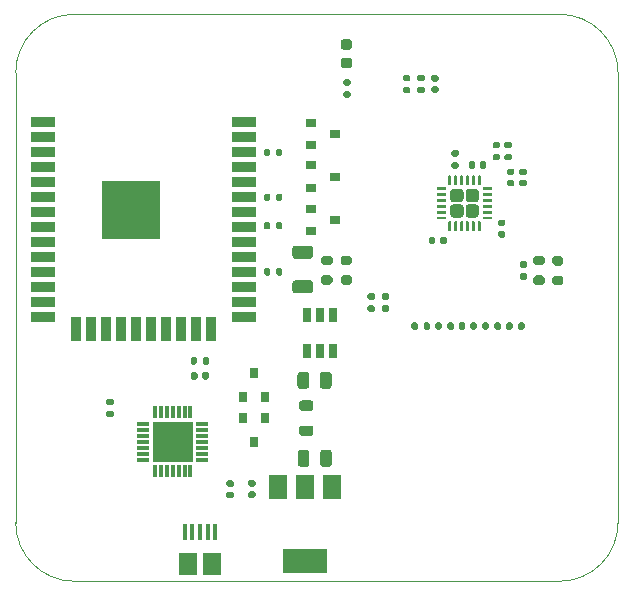
<source format=gbr>
G04 #@! TF.GenerationSoftware,KiCad,Pcbnew,(5.1.7)-1*
G04 #@! TF.CreationDate,2021-04-05T15:35:13-07:00*
G04 #@! TF.ProjectId,EsperDNS,45737065-7244-44e5-932e-6b696361645f,rev?*
G04 #@! TF.SameCoordinates,Original*
G04 #@! TF.FileFunction,Paste,Top*
G04 #@! TF.FilePolarity,Positive*
%FSLAX46Y46*%
G04 Gerber Fmt 4.6, Leading zero omitted, Abs format (unit mm)*
G04 Created by KiCad (PCBNEW (5.1.7)-1) date 2021-04-05 15:35:13*
%MOMM*%
%LPD*%
G01*
G04 APERTURE LIST*
G04 #@! TA.AperFunction,Profile*
%ADD10C,0.100000*%
G04 #@! TD*
%ADD11R,1.000000X0.300000*%
%ADD12R,0.300000X1.000000*%
%ADD13R,3.400000X3.400000*%
%ADD14R,1.500000X1.900000*%
%ADD15R,0.400000X1.350000*%
%ADD16R,0.800000X0.900000*%
%ADD17R,5.000000X5.000000*%
%ADD18R,2.000000X0.900000*%
%ADD19R,0.900000X2.000000*%
%ADD20R,3.800000X2.000000*%
%ADD21R,1.500000X2.000000*%
%ADD22R,0.900000X0.800000*%
%ADD23R,0.700000X1.300000*%
G04 APERTURE END LIST*
D10*
X-25500000Y-19050000D02*
G75*
G03*
X-20550000Y-24000000I4950000J0D01*
G01*
X20550000Y-24000000D02*
G75*
G03*
X25500000Y-19050000I0J4950000D01*
G01*
X25500000Y19050000D02*
G75*
G03*
X20550000Y24000000I-4950000J0D01*
G01*
X-20550000Y24000000D02*
G75*
G03*
X-25500000Y19050000I0J-4950000D01*
G01*
X25500000Y19050000D02*
X25500000Y-19050000D01*
X-20550000Y24000000D02*
X20550000Y24000000D01*
X-25500000Y19050000D02*
X-25500000Y-19050000D01*
X-20550000Y-24000000D02*
X20550000Y-24000000D01*
D11*
X-9700000Y-13700000D03*
D12*
X-13700000Y-14700000D03*
D11*
X-14700000Y-10700000D03*
D12*
X-10700000Y-9700000D03*
X-11200000Y-9700000D03*
X-11700000Y-9700000D03*
X-12200000Y-9700000D03*
X-12700000Y-9700000D03*
X-13200000Y-9700000D03*
X-13700000Y-9700000D03*
D11*
X-14700000Y-11200000D03*
X-14700000Y-11700000D03*
X-14700000Y-12200000D03*
X-14700000Y-12700000D03*
X-14700000Y-13200000D03*
X-14700000Y-13700000D03*
D12*
X-13200000Y-14700000D03*
X-12700000Y-14700000D03*
X-12200000Y-14700000D03*
X-11700000Y-14700000D03*
X-11200000Y-14700000D03*
X-10700000Y-14700000D03*
D11*
X-9700000Y-13200000D03*
X-9700000Y-12700000D03*
X-9700000Y-12200000D03*
X-9700000Y-11700000D03*
X-9700000Y-11200000D03*
X-9700000Y-10700000D03*
D13*
X-12200000Y-12200000D03*
G36*
G01*
X-9126000Y-6431500D02*
X-9126000Y-6776500D01*
G75*
G02*
X-9273500Y-6924000I-147500J0D01*
G01*
X-9568500Y-6924000D01*
G75*
G02*
X-9716000Y-6776500I0J147500D01*
G01*
X-9716000Y-6431500D01*
G75*
G02*
X-9568500Y-6284000I147500J0D01*
G01*
X-9273500Y-6284000D01*
G75*
G02*
X-9126000Y-6431500I0J-147500D01*
G01*
G37*
G36*
G01*
X-10096000Y-6431500D02*
X-10096000Y-6776500D01*
G75*
G02*
X-10243500Y-6924000I-147500J0D01*
G01*
X-10538500Y-6924000D01*
G75*
G02*
X-10686000Y-6776500I0J147500D01*
G01*
X-10686000Y-6431500D01*
G75*
G02*
X-10538500Y-6284000I147500J0D01*
G01*
X-10243500Y-6284000D01*
G75*
G02*
X-10096000Y-6431500I0J-147500D01*
G01*
G37*
D14*
X-8906000Y-22573500D03*
D15*
X-10556000Y-19873500D03*
X-11206000Y-19873500D03*
X-8606000Y-19873500D03*
X-9256000Y-19873500D03*
X-9906000Y-19873500D03*
D14*
X-10906000Y-22573500D03*
D16*
X-6284000Y-8366000D03*
X-4384000Y-8366000D03*
X-5334000Y-6366000D03*
X-4384000Y-10176000D03*
X-6284000Y-10176000D03*
X-5334000Y-12176000D03*
G36*
G01*
X-1650000Y-7475000D02*
X-1650000Y-6525000D01*
G75*
G02*
X-1400000Y-6275000I250000J0D01*
G01*
X-900000Y-6275000D01*
G75*
G02*
X-650000Y-6525000I0J-250000D01*
G01*
X-650000Y-7475000D01*
G75*
G02*
X-900000Y-7725000I-250000J0D01*
G01*
X-1400000Y-7725000D01*
G75*
G02*
X-1650000Y-7475000I0J250000D01*
G01*
G37*
G36*
G01*
X250000Y-7475000D02*
X250000Y-6525000D01*
G75*
G02*
X500000Y-6275000I250000J0D01*
G01*
X1000000Y-6275000D01*
G75*
G02*
X1250000Y-6525000I0J-250000D01*
G01*
X1250000Y-7475000D01*
G75*
G02*
X1000000Y-7725000I-250000J0D01*
G01*
X500000Y-7725000D01*
G75*
G02*
X250000Y-7475000I0J250000D01*
G01*
G37*
G36*
G01*
X-1625000Y-14075000D02*
X-1625000Y-13125000D01*
G75*
G02*
X-1375000Y-12875000I250000J0D01*
G01*
X-875000Y-12875000D01*
G75*
G02*
X-625000Y-13125000I0J-250000D01*
G01*
X-625000Y-14075000D01*
G75*
G02*
X-875000Y-14325000I-250000J0D01*
G01*
X-1375000Y-14325000D01*
G75*
G02*
X-1625000Y-14075000I0J250000D01*
G01*
G37*
G36*
G01*
X275000Y-14075000D02*
X275000Y-13125000D01*
G75*
G02*
X525000Y-12875000I250000J0D01*
G01*
X1025000Y-12875000D01*
G75*
G02*
X1275000Y-13125000I0J-250000D01*
G01*
X1275000Y-14075000D01*
G75*
G02*
X1025000Y-14325000I-250000J0D01*
G01*
X525000Y-14325000D01*
G75*
G02*
X275000Y-14075000I0J250000D01*
G01*
G37*
G36*
G01*
X19075000Y1085000D02*
X18525000Y1085000D01*
G75*
G02*
X18325000Y1285000I0J200000D01*
G01*
X18325000Y1685000D01*
G75*
G02*
X18525000Y1885000I200000J0D01*
G01*
X19075000Y1885000D01*
G75*
G02*
X19275000Y1685000I0J-200000D01*
G01*
X19275000Y1285000D01*
G75*
G02*
X19075000Y1085000I-200000J0D01*
G01*
G37*
G36*
G01*
X19075000Y2735000D02*
X18525000Y2735000D01*
G75*
G02*
X18325000Y2935000I0J200000D01*
G01*
X18325000Y3335000D01*
G75*
G02*
X18525000Y3535000I200000J0D01*
G01*
X19075000Y3535000D01*
G75*
G02*
X19275000Y3335000I0J-200000D01*
G01*
X19275000Y2935000D01*
G75*
G02*
X19075000Y2735000I-200000J0D01*
G01*
G37*
G36*
G01*
X20125000Y3525000D02*
X20675000Y3525000D01*
G75*
G02*
X20875000Y3325000I0J-200000D01*
G01*
X20875000Y2925000D01*
G75*
G02*
X20675000Y2725000I-200000J0D01*
G01*
X20125000Y2725000D01*
G75*
G02*
X19925000Y2925000I0J200000D01*
G01*
X19925000Y3325000D01*
G75*
G02*
X20125000Y3525000I200000J0D01*
G01*
G37*
G36*
G01*
X20125000Y1875000D02*
X20675000Y1875000D01*
G75*
G02*
X20875000Y1675000I0J-200000D01*
G01*
X20875000Y1275000D01*
G75*
G02*
X20675000Y1075000I-200000J0D01*
G01*
X20125000Y1075000D01*
G75*
G02*
X19925000Y1275000I0J200000D01*
G01*
X19925000Y1675000D01*
G75*
G02*
X20125000Y1875000I200000J0D01*
G01*
G37*
G36*
G01*
X-1281250Y-8700000D02*
X-518750Y-8700000D01*
G75*
G02*
X-300000Y-8918750I0J-218750D01*
G01*
X-300000Y-9356250D01*
G75*
G02*
X-518750Y-9575000I-218750J0D01*
G01*
X-1281250Y-9575000D01*
G75*
G02*
X-1500000Y-9356250I0J218750D01*
G01*
X-1500000Y-8918750D01*
G75*
G02*
X-1281250Y-8700000I218750J0D01*
G01*
G37*
G36*
G01*
X-1281250Y-10825000D02*
X-518750Y-10825000D01*
G75*
G02*
X-300000Y-11043750I0J-218750D01*
G01*
X-300000Y-11481250D01*
G75*
G02*
X-518750Y-11700000I-218750J0D01*
G01*
X-1281250Y-11700000D01*
G75*
G02*
X-1500000Y-11481250I0J218750D01*
G01*
X-1500000Y-11043750D01*
G75*
G02*
X-1281250Y-10825000I218750J0D01*
G01*
G37*
G36*
G01*
X-2920000Y2385000D02*
X-2920000Y2015000D01*
G75*
G02*
X-3055000Y1880000I-135000J0D01*
G01*
X-3325000Y1880000D01*
G75*
G02*
X-3460000Y2015000I0J135000D01*
G01*
X-3460000Y2385000D01*
G75*
G02*
X-3325000Y2520000I135000J0D01*
G01*
X-3055000Y2520000D01*
G75*
G02*
X-2920000Y2385000I0J-135000D01*
G01*
G37*
G36*
G01*
X-3940000Y2385000D02*
X-3940000Y2015000D01*
G75*
G02*
X-4075000Y1880000I-135000J0D01*
G01*
X-4345000Y1880000D01*
G75*
G02*
X-4480000Y2015000I0J135000D01*
G01*
X-4480000Y2385000D01*
G75*
G02*
X-4345000Y2520000I135000J0D01*
G01*
X-4075000Y2520000D01*
G75*
G02*
X-3940000Y2385000I0J-135000D01*
G01*
G37*
G36*
G01*
X14850000Y6812500D02*
X14850000Y6687500D01*
G75*
G02*
X14787500Y6625000I-62500J0D01*
G01*
X14087500Y6625000D01*
G75*
G02*
X14025000Y6687500I0J62500D01*
G01*
X14025000Y6812500D01*
G75*
G02*
X14087500Y6875000I62500J0D01*
G01*
X14787500Y6875000D01*
G75*
G02*
X14850000Y6812500I0J-62500D01*
G01*
G37*
G36*
G01*
X14850000Y7312500D02*
X14850000Y7187500D01*
G75*
G02*
X14787500Y7125000I-62500J0D01*
G01*
X14087500Y7125000D01*
G75*
G02*
X14025000Y7187500I0J62500D01*
G01*
X14025000Y7312500D01*
G75*
G02*
X14087500Y7375000I62500J0D01*
G01*
X14787500Y7375000D01*
G75*
G02*
X14850000Y7312500I0J-62500D01*
G01*
G37*
G36*
G01*
X14850000Y7812500D02*
X14850000Y7687500D01*
G75*
G02*
X14787500Y7625000I-62500J0D01*
G01*
X14087500Y7625000D01*
G75*
G02*
X14025000Y7687500I0J62500D01*
G01*
X14025000Y7812500D01*
G75*
G02*
X14087500Y7875000I62500J0D01*
G01*
X14787500Y7875000D01*
G75*
G02*
X14850000Y7812500I0J-62500D01*
G01*
G37*
G36*
G01*
X14850000Y8312500D02*
X14850000Y8187500D01*
G75*
G02*
X14787500Y8125000I-62500J0D01*
G01*
X14087500Y8125000D01*
G75*
G02*
X14025000Y8187500I0J62500D01*
G01*
X14025000Y8312500D01*
G75*
G02*
X14087500Y8375000I62500J0D01*
G01*
X14787500Y8375000D01*
G75*
G02*
X14850000Y8312500I0J-62500D01*
G01*
G37*
G36*
G01*
X14850000Y8812500D02*
X14850000Y8687500D01*
G75*
G02*
X14787500Y8625000I-62500J0D01*
G01*
X14087500Y8625000D01*
G75*
G02*
X14025000Y8687500I0J62500D01*
G01*
X14025000Y8812500D01*
G75*
G02*
X14087500Y8875000I62500J0D01*
G01*
X14787500Y8875000D01*
G75*
G02*
X14850000Y8812500I0J-62500D01*
G01*
G37*
G36*
G01*
X14850000Y9312500D02*
X14850000Y9187500D01*
G75*
G02*
X14787500Y9125000I-62500J0D01*
G01*
X14087500Y9125000D01*
G75*
G02*
X14025000Y9187500I0J62500D01*
G01*
X14025000Y9312500D01*
G75*
G02*
X14087500Y9375000I62500J0D01*
G01*
X14787500Y9375000D01*
G75*
G02*
X14850000Y9312500I0J-62500D01*
G01*
G37*
G36*
G01*
X13875000Y10287500D02*
X13875000Y9587500D01*
G75*
G02*
X13812500Y9525000I-62500J0D01*
G01*
X13687500Y9525000D01*
G75*
G02*
X13625000Y9587500I0J62500D01*
G01*
X13625000Y10287500D01*
G75*
G02*
X13687500Y10350000I62500J0D01*
G01*
X13812500Y10350000D01*
G75*
G02*
X13875000Y10287500I0J-62500D01*
G01*
G37*
G36*
G01*
X13375000Y10287500D02*
X13375000Y9587500D01*
G75*
G02*
X13312500Y9525000I-62500J0D01*
G01*
X13187500Y9525000D01*
G75*
G02*
X13125000Y9587500I0J62500D01*
G01*
X13125000Y10287500D01*
G75*
G02*
X13187500Y10350000I62500J0D01*
G01*
X13312500Y10350000D01*
G75*
G02*
X13375000Y10287500I0J-62500D01*
G01*
G37*
G36*
G01*
X12875000Y10287500D02*
X12875000Y9587500D01*
G75*
G02*
X12812500Y9525000I-62500J0D01*
G01*
X12687500Y9525000D01*
G75*
G02*
X12625000Y9587500I0J62500D01*
G01*
X12625000Y10287500D01*
G75*
G02*
X12687500Y10350000I62500J0D01*
G01*
X12812500Y10350000D01*
G75*
G02*
X12875000Y10287500I0J-62500D01*
G01*
G37*
G36*
G01*
X12375000Y10287500D02*
X12375000Y9587500D01*
G75*
G02*
X12312500Y9525000I-62500J0D01*
G01*
X12187500Y9525000D01*
G75*
G02*
X12125000Y9587500I0J62500D01*
G01*
X12125000Y10287500D01*
G75*
G02*
X12187500Y10350000I62500J0D01*
G01*
X12312500Y10350000D01*
G75*
G02*
X12375000Y10287500I0J-62500D01*
G01*
G37*
G36*
G01*
X11875000Y10287500D02*
X11875000Y9587500D01*
G75*
G02*
X11812500Y9525000I-62500J0D01*
G01*
X11687500Y9525000D01*
G75*
G02*
X11625000Y9587500I0J62500D01*
G01*
X11625000Y10287500D01*
G75*
G02*
X11687500Y10350000I62500J0D01*
G01*
X11812500Y10350000D01*
G75*
G02*
X11875000Y10287500I0J-62500D01*
G01*
G37*
G36*
G01*
X11375000Y10287500D02*
X11375000Y9587500D01*
G75*
G02*
X11312500Y9525000I-62500J0D01*
G01*
X11187500Y9525000D01*
G75*
G02*
X11125000Y9587500I0J62500D01*
G01*
X11125000Y10287500D01*
G75*
G02*
X11187500Y10350000I62500J0D01*
G01*
X11312500Y10350000D01*
G75*
G02*
X11375000Y10287500I0J-62500D01*
G01*
G37*
G36*
G01*
X10975000Y9312500D02*
X10975000Y9187500D01*
G75*
G02*
X10912500Y9125000I-62500J0D01*
G01*
X10212500Y9125000D01*
G75*
G02*
X10150000Y9187500I0J62500D01*
G01*
X10150000Y9312500D01*
G75*
G02*
X10212500Y9375000I62500J0D01*
G01*
X10912500Y9375000D01*
G75*
G02*
X10975000Y9312500I0J-62500D01*
G01*
G37*
G36*
G01*
X10975000Y8812500D02*
X10975000Y8687500D01*
G75*
G02*
X10912500Y8625000I-62500J0D01*
G01*
X10212500Y8625000D01*
G75*
G02*
X10150000Y8687500I0J62500D01*
G01*
X10150000Y8812500D01*
G75*
G02*
X10212500Y8875000I62500J0D01*
G01*
X10912500Y8875000D01*
G75*
G02*
X10975000Y8812500I0J-62500D01*
G01*
G37*
G36*
G01*
X10975000Y8312500D02*
X10975000Y8187500D01*
G75*
G02*
X10912500Y8125000I-62500J0D01*
G01*
X10212500Y8125000D01*
G75*
G02*
X10150000Y8187500I0J62500D01*
G01*
X10150000Y8312500D01*
G75*
G02*
X10212500Y8375000I62500J0D01*
G01*
X10912500Y8375000D01*
G75*
G02*
X10975000Y8312500I0J-62500D01*
G01*
G37*
G36*
G01*
X10975000Y7812500D02*
X10975000Y7687500D01*
G75*
G02*
X10912500Y7625000I-62500J0D01*
G01*
X10212500Y7625000D01*
G75*
G02*
X10150000Y7687500I0J62500D01*
G01*
X10150000Y7812500D01*
G75*
G02*
X10212500Y7875000I62500J0D01*
G01*
X10912500Y7875000D01*
G75*
G02*
X10975000Y7812500I0J-62500D01*
G01*
G37*
G36*
G01*
X10975000Y7312500D02*
X10975000Y7187500D01*
G75*
G02*
X10912500Y7125000I-62500J0D01*
G01*
X10212500Y7125000D01*
G75*
G02*
X10150000Y7187500I0J62500D01*
G01*
X10150000Y7312500D01*
G75*
G02*
X10212500Y7375000I62500J0D01*
G01*
X10912500Y7375000D01*
G75*
G02*
X10975000Y7312500I0J-62500D01*
G01*
G37*
G36*
G01*
X10975000Y6812500D02*
X10975000Y6687500D01*
G75*
G02*
X10912500Y6625000I-62500J0D01*
G01*
X10212500Y6625000D01*
G75*
G02*
X10150000Y6687500I0J62500D01*
G01*
X10150000Y6812500D01*
G75*
G02*
X10212500Y6875000I62500J0D01*
G01*
X10912500Y6875000D01*
G75*
G02*
X10975000Y6812500I0J-62500D01*
G01*
G37*
G36*
G01*
X11375000Y6412500D02*
X11375000Y5712500D01*
G75*
G02*
X11312500Y5650000I-62500J0D01*
G01*
X11187500Y5650000D01*
G75*
G02*
X11125000Y5712500I0J62500D01*
G01*
X11125000Y6412500D01*
G75*
G02*
X11187500Y6475000I62500J0D01*
G01*
X11312500Y6475000D01*
G75*
G02*
X11375000Y6412500I0J-62500D01*
G01*
G37*
G36*
G01*
X11875000Y6412500D02*
X11875000Y5712500D01*
G75*
G02*
X11812500Y5650000I-62500J0D01*
G01*
X11687500Y5650000D01*
G75*
G02*
X11625000Y5712500I0J62500D01*
G01*
X11625000Y6412500D01*
G75*
G02*
X11687500Y6475000I62500J0D01*
G01*
X11812500Y6475000D01*
G75*
G02*
X11875000Y6412500I0J-62500D01*
G01*
G37*
G36*
G01*
X12375000Y6412500D02*
X12375000Y5712500D01*
G75*
G02*
X12312500Y5650000I-62500J0D01*
G01*
X12187500Y5650000D01*
G75*
G02*
X12125000Y5712500I0J62500D01*
G01*
X12125000Y6412500D01*
G75*
G02*
X12187500Y6475000I62500J0D01*
G01*
X12312500Y6475000D01*
G75*
G02*
X12375000Y6412500I0J-62500D01*
G01*
G37*
G36*
G01*
X12875000Y6412500D02*
X12875000Y5712500D01*
G75*
G02*
X12812500Y5650000I-62500J0D01*
G01*
X12687500Y5650000D01*
G75*
G02*
X12625000Y5712500I0J62500D01*
G01*
X12625000Y6412500D01*
G75*
G02*
X12687500Y6475000I62500J0D01*
G01*
X12812500Y6475000D01*
G75*
G02*
X12875000Y6412500I0J-62500D01*
G01*
G37*
G36*
G01*
X13375000Y6412500D02*
X13375000Y5712500D01*
G75*
G02*
X13312500Y5650000I-62500J0D01*
G01*
X13187500Y5650000D01*
G75*
G02*
X13125000Y5712500I0J62500D01*
G01*
X13125000Y6412500D01*
G75*
G02*
X13187500Y6475000I62500J0D01*
G01*
X13312500Y6475000D01*
G75*
G02*
X13375000Y6412500I0J-62500D01*
G01*
G37*
G36*
G01*
X13875000Y6412500D02*
X13875000Y5712500D01*
G75*
G02*
X13812500Y5650000I-62500J0D01*
G01*
X13687500Y5650000D01*
G75*
G02*
X13625000Y5712500I0J62500D01*
G01*
X13625000Y6412500D01*
G75*
G02*
X13687500Y6475000I62500J0D01*
G01*
X13812500Y6475000D01*
G75*
G02*
X13875000Y6412500I0J-62500D01*
G01*
G37*
G36*
G01*
X13715000Y7665000D02*
X13715000Y7035000D01*
G75*
G02*
X13465000Y6785000I-250000J0D01*
G01*
X12835000Y6785000D01*
G75*
G02*
X12585000Y7035000I0J250000D01*
G01*
X12585000Y7665000D01*
G75*
G02*
X12835000Y7915000I250000J0D01*
G01*
X13465000Y7915000D01*
G75*
G02*
X13715000Y7665000I0J-250000D01*
G01*
G37*
G36*
G01*
X13715000Y8965000D02*
X13715000Y8335000D01*
G75*
G02*
X13465000Y8085000I-250000J0D01*
G01*
X12835000Y8085000D01*
G75*
G02*
X12585000Y8335000I0J250000D01*
G01*
X12585000Y8965000D01*
G75*
G02*
X12835000Y9215000I250000J0D01*
G01*
X13465000Y9215000D01*
G75*
G02*
X13715000Y8965000I0J-250000D01*
G01*
G37*
G36*
G01*
X12415000Y7665000D02*
X12415000Y7035000D01*
G75*
G02*
X12165000Y6785000I-250000J0D01*
G01*
X11535000Y6785000D01*
G75*
G02*
X11285000Y7035000I0J250000D01*
G01*
X11285000Y7665000D01*
G75*
G02*
X11535000Y7915000I250000J0D01*
G01*
X12165000Y7915000D01*
G75*
G02*
X12415000Y7665000I0J-250000D01*
G01*
G37*
G36*
G01*
X12415000Y8965000D02*
X12415000Y8335000D01*
G75*
G02*
X12165000Y8085000I-250000J0D01*
G01*
X11535000Y8085000D01*
G75*
G02*
X11285000Y8335000I0J250000D01*
G01*
X11285000Y8965000D01*
G75*
G02*
X11535000Y9215000I250000J0D01*
G01*
X12165000Y9215000D01*
G75*
G02*
X12415000Y8965000I0J-250000D01*
G01*
G37*
D17*
X-15700000Y7400000D03*
D18*
X-23200000Y14900000D03*
X-23200000Y13630000D03*
X-23200000Y12360000D03*
X-23200000Y11090000D03*
X-23200000Y9820000D03*
X-23200000Y8550000D03*
X-23200000Y7280000D03*
X-23200000Y6010000D03*
X-23200000Y4740000D03*
X-23200000Y3470000D03*
X-23200000Y2200000D03*
X-23200000Y930000D03*
X-23200000Y-340000D03*
X-23200000Y-1610000D03*
D19*
X-20415000Y-2610000D03*
X-19145000Y-2610000D03*
X-17875000Y-2610000D03*
X-16605000Y-2610000D03*
X-15335000Y-2610000D03*
X-14065000Y-2610000D03*
X-12795000Y-2610000D03*
X-11525000Y-2610000D03*
X-10255000Y-2610000D03*
X-8985000Y-2610000D03*
D18*
X-6200000Y-1610000D03*
X-6200000Y-340000D03*
X-6200000Y930000D03*
X-6200000Y2200000D03*
X-6200000Y3470000D03*
X-6200000Y4740000D03*
X-6200000Y6010000D03*
X-6200000Y7280000D03*
X-6200000Y8550000D03*
X-6200000Y9820000D03*
X-6200000Y11090000D03*
X-6200000Y12360000D03*
X-6200000Y13630000D03*
X-6200000Y14900000D03*
D20*
X-1000000Y-22300000D03*
D21*
X-1000000Y-16000000D03*
X-3300000Y-16000000D03*
X1300000Y-16000000D03*
G36*
G01*
X8985000Y17320000D02*
X8615000Y17320000D01*
G75*
G02*
X8480000Y17455000I0J135000D01*
G01*
X8480000Y17725000D01*
G75*
G02*
X8615000Y17860000I135000J0D01*
G01*
X8985000Y17860000D01*
G75*
G02*
X9120000Y17725000I0J-135000D01*
G01*
X9120000Y17455000D01*
G75*
G02*
X8985000Y17320000I-135000J0D01*
G01*
G37*
G36*
G01*
X8985000Y18340000D02*
X8615000Y18340000D01*
G75*
G02*
X8480000Y18475000I0J135000D01*
G01*
X8480000Y18745000D01*
G75*
G02*
X8615000Y18880000I135000J0D01*
G01*
X8985000Y18880000D01*
G75*
G02*
X9120000Y18745000I0J-135000D01*
G01*
X9120000Y18475000D01*
G75*
G02*
X8985000Y18340000I-135000J0D01*
G01*
G37*
G36*
G01*
X17315000Y3080000D02*
X17685000Y3080000D01*
G75*
G02*
X17820000Y2945000I0J-135000D01*
G01*
X17820000Y2675000D01*
G75*
G02*
X17685000Y2540000I-135000J0D01*
G01*
X17315000Y2540000D01*
G75*
G02*
X17180000Y2675000I0J135000D01*
G01*
X17180000Y2945000D01*
G75*
G02*
X17315000Y3080000I135000J0D01*
G01*
G37*
G36*
G01*
X17315000Y2060000D02*
X17685000Y2060000D01*
G75*
G02*
X17820000Y1925000I0J-135000D01*
G01*
X17820000Y1655000D01*
G75*
G02*
X17685000Y1520000I-135000J0D01*
G01*
X17315000Y1520000D01*
G75*
G02*
X17180000Y1655000I0J135000D01*
G01*
X17180000Y1925000D01*
G75*
G02*
X17315000Y2060000I135000J0D01*
G01*
G37*
G36*
G01*
X11885000Y10930000D02*
X11515000Y10930000D01*
G75*
G02*
X11380000Y11065000I0J135000D01*
G01*
X11380000Y11335000D01*
G75*
G02*
X11515000Y11470000I135000J0D01*
G01*
X11885000Y11470000D01*
G75*
G02*
X12020000Y11335000I0J-135000D01*
G01*
X12020000Y11065000D01*
G75*
G02*
X11885000Y10930000I-135000J0D01*
G01*
G37*
G36*
G01*
X11885000Y11950000D02*
X11515000Y11950000D01*
G75*
G02*
X11380000Y12085000I0J135000D01*
G01*
X11380000Y12355000D01*
G75*
G02*
X11515000Y12490000I135000J0D01*
G01*
X11885000Y12490000D01*
G75*
G02*
X12020000Y12355000I0J-135000D01*
G01*
X12020000Y12085000D01*
G75*
G02*
X11885000Y11950000I-135000J0D01*
G01*
G37*
G36*
G01*
X16385000Y11630000D02*
X16015000Y11630000D01*
G75*
G02*
X15880000Y11765000I0J135000D01*
G01*
X15880000Y12035000D01*
G75*
G02*
X16015000Y12170000I135000J0D01*
G01*
X16385000Y12170000D01*
G75*
G02*
X16520000Y12035000I0J-135000D01*
G01*
X16520000Y11765000D01*
G75*
G02*
X16385000Y11630000I-135000J0D01*
G01*
G37*
G36*
G01*
X16385000Y12650000D02*
X16015000Y12650000D01*
G75*
G02*
X15880000Y12785000I0J135000D01*
G01*
X15880000Y13055000D01*
G75*
G02*
X16015000Y13190000I135000J0D01*
G01*
X16385000Y13190000D01*
G75*
G02*
X16520000Y13055000I0J-135000D01*
G01*
X16520000Y12785000D01*
G75*
G02*
X16385000Y12650000I-135000J0D01*
G01*
G37*
G36*
G01*
X15385000Y11630000D02*
X15015000Y11630000D01*
G75*
G02*
X14880000Y11765000I0J135000D01*
G01*
X14880000Y12035000D01*
G75*
G02*
X15015000Y12170000I135000J0D01*
G01*
X15385000Y12170000D01*
G75*
G02*
X15520000Y12035000I0J-135000D01*
G01*
X15520000Y11765000D01*
G75*
G02*
X15385000Y11630000I-135000J0D01*
G01*
G37*
G36*
G01*
X15385000Y12650000D02*
X15015000Y12650000D01*
G75*
G02*
X14880000Y12785000I0J135000D01*
G01*
X14880000Y13055000D01*
G75*
G02*
X15015000Y13190000I135000J0D01*
G01*
X15385000Y13190000D01*
G75*
G02*
X15520000Y13055000I0J-135000D01*
G01*
X15520000Y12785000D01*
G75*
G02*
X15385000Y12650000I-135000J0D01*
G01*
G37*
G36*
G01*
X14010000Y-2585000D02*
X14010000Y-2215000D01*
G75*
G02*
X14145000Y-2080000I135000J0D01*
G01*
X14415000Y-2080000D01*
G75*
G02*
X14550000Y-2215000I0J-135000D01*
G01*
X14550000Y-2585000D01*
G75*
G02*
X14415000Y-2720000I-135000J0D01*
G01*
X14145000Y-2720000D01*
G75*
G02*
X14010000Y-2585000I0J135000D01*
G01*
G37*
G36*
G01*
X15030000Y-2585000D02*
X15030000Y-2215000D01*
G75*
G02*
X15165000Y-2080000I135000J0D01*
G01*
X15435000Y-2080000D01*
G75*
G02*
X15570000Y-2215000I0J-135000D01*
G01*
X15570000Y-2585000D01*
G75*
G02*
X15435000Y-2720000I-135000J0D01*
G01*
X15165000Y-2720000D01*
G75*
G02*
X15030000Y-2585000I0J135000D01*
G01*
G37*
G36*
G01*
X17590000Y-2215000D02*
X17590000Y-2585000D01*
G75*
G02*
X17455000Y-2720000I-135000J0D01*
G01*
X17185000Y-2720000D01*
G75*
G02*
X17050000Y-2585000I0J135000D01*
G01*
X17050000Y-2215000D01*
G75*
G02*
X17185000Y-2080000I135000J0D01*
G01*
X17455000Y-2080000D01*
G75*
G02*
X17590000Y-2215000I0J-135000D01*
G01*
G37*
G36*
G01*
X16570000Y-2215000D02*
X16570000Y-2585000D01*
G75*
G02*
X16435000Y-2720000I-135000J0D01*
G01*
X16165000Y-2720000D01*
G75*
G02*
X16030000Y-2585000I0J135000D01*
G01*
X16030000Y-2215000D01*
G75*
G02*
X16165000Y-2080000I135000J0D01*
G01*
X16435000Y-2080000D01*
G75*
G02*
X16570000Y-2215000I0J-135000D01*
G01*
G37*
G36*
G01*
X8010000Y-2585000D02*
X8010000Y-2215000D01*
G75*
G02*
X8145000Y-2080000I135000J0D01*
G01*
X8415000Y-2080000D01*
G75*
G02*
X8550000Y-2215000I0J-135000D01*
G01*
X8550000Y-2585000D01*
G75*
G02*
X8415000Y-2720000I-135000J0D01*
G01*
X8145000Y-2720000D01*
G75*
G02*
X8010000Y-2585000I0J135000D01*
G01*
G37*
G36*
G01*
X9030000Y-2585000D02*
X9030000Y-2215000D01*
G75*
G02*
X9165000Y-2080000I135000J0D01*
G01*
X9435000Y-2080000D01*
G75*
G02*
X9570000Y-2215000I0J-135000D01*
G01*
X9570000Y-2585000D01*
G75*
G02*
X9435000Y-2720000I-135000J0D01*
G01*
X9165000Y-2720000D01*
G75*
G02*
X9030000Y-2585000I0J135000D01*
G01*
G37*
G36*
G01*
X11590000Y-2215000D02*
X11590000Y-2585000D01*
G75*
G02*
X11455000Y-2720000I-135000J0D01*
G01*
X11185000Y-2720000D01*
G75*
G02*
X11050000Y-2585000I0J135000D01*
G01*
X11050000Y-2215000D01*
G75*
G02*
X11185000Y-2080000I135000J0D01*
G01*
X11455000Y-2080000D01*
G75*
G02*
X11590000Y-2215000I0J-135000D01*
G01*
G37*
G36*
G01*
X10570000Y-2215000D02*
X10570000Y-2585000D01*
G75*
G02*
X10435000Y-2720000I-135000J0D01*
G01*
X10165000Y-2720000D01*
G75*
G02*
X10030000Y-2585000I0J135000D01*
G01*
X10030000Y-2215000D01*
G75*
G02*
X10165000Y-2080000I135000J0D01*
G01*
X10435000Y-2080000D01*
G75*
G02*
X10570000Y-2215000I0J-135000D01*
G01*
G37*
G36*
G01*
X4785000Y-1190000D02*
X4415000Y-1190000D01*
G75*
G02*
X4280000Y-1055000I0J135000D01*
G01*
X4280000Y-785000D01*
G75*
G02*
X4415000Y-650000I135000J0D01*
G01*
X4785000Y-650000D01*
G75*
G02*
X4920000Y-785000I0J-135000D01*
G01*
X4920000Y-1055000D01*
G75*
G02*
X4785000Y-1190000I-135000J0D01*
G01*
G37*
G36*
G01*
X4785000Y-170000D02*
X4415000Y-170000D01*
G75*
G02*
X4280000Y-35000I0J135000D01*
G01*
X4280000Y235000D01*
G75*
G02*
X4415000Y370000I135000J0D01*
G01*
X4785000Y370000D01*
G75*
G02*
X4920000Y235000I0J-135000D01*
G01*
X4920000Y-35000D01*
G75*
G02*
X4785000Y-170000I-135000J0D01*
G01*
G37*
G36*
G01*
X5985000Y-1180000D02*
X5615000Y-1180000D01*
G75*
G02*
X5480000Y-1045000I0J135000D01*
G01*
X5480000Y-775000D01*
G75*
G02*
X5615000Y-640000I135000J0D01*
G01*
X5985000Y-640000D01*
G75*
G02*
X6120000Y-775000I0J-135000D01*
G01*
X6120000Y-1045000D01*
G75*
G02*
X5985000Y-1180000I-135000J0D01*
G01*
G37*
G36*
G01*
X5985000Y-160000D02*
X5615000Y-160000D01*
G75*
G02*
X5480000Y-25000I0J135000D01*
G01*
X5480000Y245000D01*
G75*
G02*
X5615000Y380000I135000J0D01*
G01*
X5985000Y380000D01*
G75*
G02*
X6120000Y245000I0J-135000D01*
G01*
X6120000Y-25000D01*
G75*
G02*
X5985000Y-160000I-135000J0D01*
G01*
G37*
G36*
G01*
X7415000Y18870000D02*
X7785000Y18870000D01*
G75*
G02*
X7920000Y18735000I0J-135000D01*
G01*
X7920000Y18465000D01*
G75*
G02*
X7785000Y18330000I-135000J0D01*
G01*
X7415000Y18330000D01*
G75*
G02*
X7280000Y18465000I0J135000D01*
G01*
X7280000Y18735000D01*
G75*
G02*
X7415000Y18870000I135000J0D01*
G01*
G37*
G36*
G01*
X7415000Y17850000D02*
X7785000Y17850000D01*
G75*
G02*
X7920000Y17715000I0J-135000D01*
G01*
X7920000Y17445000D01*
G75*
G02*
X7785000Y17310000I-135000J0D01*
G01*
X7415000Y17310000D01*
G75*
G02*
X7280000Y17445000I0J135000D01*
G01*
X7280000Y17715000D01*
G75*
G02*
X7415000Y17850000I135000J0D01*
G01*
G37*
G36*
G01*
X-4490000Y12115000D02*
X-4490000Y12485000D01*
G75*
G02*
X-4355000Y12620000I135000J0D01*
G01*
X-4085000Y12620000D01*
G75*
G02*
X-3950000Y12485000I0J-135000D01*
G01*
X-3950000Y12115000D01*
G75*
G02*
X-4085000Y11980000I-135000J0D01*
G01*
X-4355000Y11980000D01*
G75*
G02*
X-4490000Y12115000I0J135000D01*
G01*
G37*
G36*
G01*
X-3470000Y12115000D02*
X-3470000Y12485000D01*
G75*
G02*
X-3335000Y12620000I135000J0D01*
G01*
X-3065000Y12620000D01*
G75*
G02*
X-2930000Y12485000I0J-135000D01*
G01*
X-2930000Y12115000D01*
G75*
G02*
X-3065000Y11980000I-135000J0D01*
G01*
X-3335000Y11980000D01*
G75*
G02*
X-3470000Y12115000I0J135000D01*
G01*
G37*
G36*
G01*
X-17315000Y-10130000D02*
X-17685000Y-10130000D01*
G75*
G02*
X-17820000Y-9995000I0J135000D01*
G01*
X-17820000Y-9725000D01*
G75*
G02*
X-17685000Y-9590000I135000J0D01*
G01*
X-17315000Y-9590000D01*
G75*
G02*
X-17180000Y-9725000I0J-135000D01*
G01*
X-17180000Y-9995000D01*
G75*
G02*
X-17315000Y-10130000I-135000J0D01*
G01*
G37*
G36*
G01*
X-17315000Y-9110000D02*
X-17685000Y-9110000D01*
G75*
G02*
X-17820000Y-8975000I0J135000D01*
G01*
X-17820000Y-8705000D01*
G75*
G02*
X-17685000Y-8570000I135000J0D01*
G01*
X-17315000Y-8570000D01*
G75*
G02*
X-17180000Y-8705000I0J-135000D01*
G01*
X-17180000Y-8975000D01*
G75*
G02*
X-17315000Y-9110000I-135000J0D01*
G01*
G37*
G36*
G01*
X-4480000Y8315000D02*
X-4480000Y8685000D01*
G75*
G02*
X-4345000Y8820000I135000J0D01*
G01*
X-4075000Y8820000D01*
G75*
G02*
X-3940000Y8685000I0J-135000D01*
G01*
X-3940000Y8315000D01*
G75*
G02*
X-4075000Y8180000I-135000J0D01*
G01*
X-4345000Y8180000D01*
G75*
G02*
X-4480000Y8315000I0J135000D01*
G01*
G37*
G36*
G01*
X-3460000Y8315000D02*
X-3460000Y8685000D01*
G75*
G02*
X-3325000Y8820000I135000J0D01*
G01*
X-3055000Y8820000D01*
G75*
G02*
X-2920000Y8685000I0J-135000D01*
G01*
X-2920000Y8315000D01*
G75*
G02*
X-3055000Y8180000I-135000J0D01*
G01*
X-3325000Y8180000D01*
G75*
G02*
X-3460000Y8315000I0J135000D01*
G01*
G37*
G36*
G01*
X-4490000Y5915000D02*
X-4490000Y6285000D01*
G75*
G02*
X-4355000Y6420000I135000J0D01*
G01*
X-4085000Y6420000D01*
G75*
G02*
X-3950000Y6285000I0J-135000D01*
G01*
X-3950000Y5915000D01*
G75*
G02*
X-4085000Y5780000I-135000J0D01*
G01*
X-4355000Y5780000D01*
G75*
G02*
X-4490000Y5915000I0J135000D01*
G01*
G37*
G36*
G01*
X-3470000Y5915000D02*
X-3470000Y6285000D01*
G75*
G02*
X-3335000Y6420000I135000J0D01*
G01*
X-3065000Y6420000D01*
G75*
G02*
X-2930000Y6285000I0J-135000D01*
G01*
X-2930000Y5915000D01*
G75*
G02*
X-3065000Y5780000I-135000J0D01*
G01*
X-3335000Y5780000D01*
G75*
G02*
X-3470000Y5915000I0J135000D01*
G01*
G37*
G36*
G01*
X-574998Y362500D02*
X-1825002Y362500D01*
G75*
G02*
X-2075000Y612498I0J249998D01*
G01*
X-2075000Y1237502D01*
G75*
G02*
X-1825002Y1487500I249998J0D01*
G01*
X-574998Y1487500D01*
G75*
G02*
X-325000Y1237502I0J-249998D01*
G01*
X-325000Y612498D01*
G75*
G02*
X-574998Y362500I-249998J0D01*
G01*
G37*
G36*
G01*
X-574998Y3287500D02*
X-1825002Y3287500D01*
G75*
G02*
X-2075000Y3537498I0J249998D01*
G01*
X-2075000Y4162502D01*
G75*
G02*
X-1825002Y4412500I249998J0D01*
G01*
X-574998Y4412500D01*
G75*
G02*
X-325000Y4162502I0J-249998D01*
G01*
X-325000Y3537498D01*
G75*
G02*
X-574998Y3287500I-249998J0D01*
G01*
G37*
G36*
G01*
X1125000Y1100000D02*
X575000Y1100000D01*
G75*
G02*
X375000Y1300000I0J200000D01*
G01*
X375000Y1700000D01*
G75*
G02*
X575000Y1900000I200000J0D01*
G01*
X1125000Y1900000D01*
G75*
G02*
X1325000Y1700000I0J-200000D01*
G01*
X1325000Y1300000D01*
G75*
G02*
X1125000Y1100000I-200000J0D01*
G01*
G37*
G36*
G01*
X1125000Y2750000D02*
X575000Y2750000D01*
G75*
G02*
X375000Y2950000I0J200000D01*
G01*
X375000Y3350000D01*
G75*
G02*
X575000Y3550000I200000J0D01*
G01*
X1125000Y3550000D01*
G75*
G02*
X1325000Y3350000I0J-200000D01*
G01*
X1325000Y2950000D01*
G75*
G02*
X1125000Y2750000I-200000J0D01*
G01*
G37*
G36*
G01*
X2775000Y1100000D02*
X2225000Y1100000D01*
G75*
G02*
X2025000Y1300000I0J200000D01*
G01*
X2025000Y1700000D01*
G75*
G02*
X2225000Y1900000I200000J0D01*
G01*
X2775000Y1900000D01*
G75*
G02*
X2975000Y1700000I0J-200000D01*
G01*
X2975000Y1300000D01*
G75*
G02*
X2775000Y1100000I-200000J0D01*
G01*
G37*
G36*
G01*
X2775000Y2750000D02*
X2225000Y2750000D01*
G75*
G02*
X2025000Y2950000I0J200000D01*
G01*
X2025000Y3350000D01*
G75*
G02*
X2225000Y3550000I200000J0D01*
G01*
X2775000Y3550000D01*
G75*
G02*
X2975000Y3350000I0J-200000D01*
G01*
X2975000Y2950000D01*
G75*
G02*
X2775000Y2750000I-200000J0D01*
G01*
G37*
G36*
G01*
X-9126000Y-5149000D02*
X-9126000Y-5519000D01*
G75*
G02*
X-9261000Y-5654000I-135000J0D01*
G01*
X-9531000Y-5654000D01*
G75*
G02*
X-9666000Y-5519000I0J135000D01*
G01*
X-9666000Y-5149000D01*
G75*
G02*
X-9531000Y-5014000I135000J0D01*
G01*
X-9261000Y-5014000D01*
G75*
G02*
X-9126000Y-5149000I0J-135000D01*
G01*
G37*
G36*
G01*
X-10146000Y-5149000D02*
X-10146000Y-5519000D01*
G75*
G02*
X-10281000Y-5654000I-135000J0D01*
G01*
X-10551000Y-5654000D01*
G75*
G02*
X-10686000Y-5519000I0J135000D01*
G01*
X-10686000Y-5149000D01*
G75*
G02*
X-10551000Y-5014000I135000J0D01*
G01*
X-10281000Y-5014000D01*
G75*
G02*
X-10146000Y-5149000I0J-135000D01*
G01*
G37*
G36*
G01*
X2735000Y16930000D02*
X2365000Y16930000D01*
G75*
G02*
X2230000Y17065000I0J135000D01*
G01*
X2230000Y17335000D01*
G75*
G02*
X2365000Y17470000I135000J0D01*
G01*
X2735000Y17470000D01*
G75*
G02*
X2870000Y17335000I0J-135000D01*
G01*
X2870000Y17065000D01*
G75*
G02*
X2735000Y16930000I-135000J0D01*
G01*
G37*
G36*
G01*
X2735000Y17950000D02*
X2365000Y17950000D01*
G75*
G02*
X2230000Y18085000I0J135000D01*
G01*
X2230000Y18355000D01*
G75*
G02*
X2365000Y18490000I135000J0D01*
G01*
X2735000Y18490000D01*
G75*
G02*
X2870000Y18355000I0J-135000D01*
G01*
X2870000Y18085000D01*
G75*
G02*
X2735000Y17950000I-135000J0D01*
G01*
G37*
D22*
X-500000Y14800000D03*
X-500000Y12900000D03*
X1500000Y13850000D03*
X-500000Y7550000D03*
X-500000Y5650000D03*
X1500000Y6600000D03*
X-500000Y11200000D03*
X-500000Y9300000D03*
X1500000Y10250000D03*
D23*
X1400000Y-1450000D03*
X300000Y-1450000D03*
X-800000Y-1450000D03*
X-800000Y-4550000D03*
X300000Y-4550000D03*
X1400000Y-4550000D03*
G36*
G01*
X2243750Y21887500D02*
X2756250Y21887500D01*
G75*
G02*
X2975000Y21668750I0J-218750D01*
G01*
X2975000Y21231250D01*
G75*
G02*
X2756250Y21012500I-218750J0D01*
G01*
X2243750Y21012500D01*
G75*
G02*
X2025000Y21231250I0J218750D01*
G01*
X2025000Y21668750D01*
G75*
G02*
X2243750Y21887500I218750J0D01*
G01*
G37*
G36*
G01*
X2243750Y20312500D02*
X2756250Y20312500D01*
G75*
G02*
X2975000Y20093750I0J-218750D01*
G01*
X2975000Y19656250D01*
G75*
G02*
X2756250Y19437500I-218750J0D01*
G01*
X2243750Y19437500D01*
G75*
G02*
X2025000Y19656250I0J218750D01*
G01*
X2025000Y20093750D01*
G75*
G02*
X2243750Y20312500I218750J0D01*
G01*
G37*
G36*
G01*
X12020000Y-2570000D02*
X12020000Y-2230000D01*
G75*
G02*
X12160000Y-2090000I140000J0D01*
G01*
X12440000Y-2090000D01*
G75*
G02*
X12580000Y-2230000I0J-140000D01*
G01*
X12580000Y-2570000D01*
G75*
G02*
X12440000Y-2710000I-140000J0D01*
G01*
X12160000Y-2710000D01*
G75*
G02*
X12020000Y-2570000I0J140000D01*
G01*
G37*
G36*
G01*
X12980000Y-2570000D02*
X12980000Y-2230000D01*
G75*
G02*
X13120000Y-2090000I140000J0D01*
G01*
X13400000Y-2090000D01*
G75*
G02*
X13540000Y-2230000I0J-140000D01*
G01*
X13540000Y-2570000D01*
G75*
G02*
X13400000Y-2710000I-140000J0D01*
G01*
X13120000Y-2710000D01*
G75*
G02*
X12980000Y-2570000I0J140000D01*
G01*
G37*
G36*
G01*
X17620000Y9420000D02*
X17280000Y9420000D01*
G75*
G02*
X17140000Y9560000I0J140000D01*
G01*
X17140000Y9840000D01*
G75*
G02*
X17280000Y9980000I140000J0D01*
G01*
X17620000Y9980000D01*
G75*
G02*
X17760000Y9840000I0J-140000D01*
G01*
X17760000Y9560000D01*
G75*
G02*
X17620000Y9420000I-140000J0D01*
G01*
G37*
G36*
G01*
X17620000Y10380000D02*
X17280000Y10380000D01*
G75*
G02*
X17140000Y10520000I0J140000D01*
G01*
X17140000Y10800000D01*
G75*
G02*
X17280000Y10940000I140000J0D01*
G01*
X17620000Y10940000D01*
G75*
G02*
X17760000Y10800000I0J-140000D01*
G01*
X17760000Y10520000D01*
G75*
G02*
X17620000Y10380000I-140000J0D01*
G01*
G37*
G36*
G01*
X16570000Y9420000D02*
X16230000Y9420000D01*
G75*
G02*
X16090000Y9560000I0J140000D01*
G01*
X16090000Y9840000D01*
G75*
G02*
X16230000Y9980000I140000J0D01*
G01*
X16570000Y9980000D01*
G75*
G02*
X16710000Y9840000I0J-140000D01*
G01*
X16710000Y9560000D01*
G75*
G02*
X16570000Y9420000I-140000J0D01*
G01*
G37*
G36*
G01*
X16570000Y10380000D02*
X16230000Y10380000D01*
G75*
G02*
X16090000Y10520000I0J140000D01*
G01*
X16090000Y10800000D01*
G75*
G02*
X16230000Y10940000I140000J0D01*
G01*
X16570000Y10940000D01*
G75*
G02*
X16710000Y10800000I0J-140000D01*
G01*
X16710000Y10520000D01*
G75*
G02*
X16570000Y10380000I-140000J0D01*
G01*
G37*
G36*
G01*
X12840000Y11080000D02*
X12840000Y11420000D01*
G75*
G02*
X12980000Y11560000I140000J0D01*
G01*
X13260000Y11560000D01*
G75*
G02*
X13400000Y11420000I0J-140000D01*
G01*
X13400000Y11080000D01*
G75*
G02*
X13260000Y10940000I-140000J0D01*
G01*
X12980000Y10940000D01*
G75*
G02*
X12840000Y11080000I0J140000D01*
G01*
G37*
G36*
G01*
X13800000Y11080000D02*
X13800000Y11420000D01*
G75*
G02*
X13940000Y11560000I140000J0D01*
G01*
X14220000Y11560000D01*
G75*
G02*
X14360000Y11420000I0J-140000D01*
G01*
X14360000Y11080000D01*
G75*
G02*
X14220000Y10940000I-140000J0D01*
G01*
X13940000Y10940000D01*
G75*
G02*
X13800000Y11080000I0J140000D01*
G01*
G37*
G36*
G01*
X10980000Y5020000D02*
X10980000Y4680000D01*
G75*
G02*
X10840000Y4540000I-140000J0D01*
G01*
X10560000Y4540000D01*
G75*
G02*
X10420000Y4680000I0J140000D01*
G01*
X10420000Y5020000D01*
G75*
G02*
X10560000Y5160000I140000J0D01*
G01*
X10840000Y5160000D01*
G75*
G02*
X10980000Y5020000I0J-140000D01*
G01*
G37*
G36*
G01*
X10020000Y5020000D02*
X10020000Y4680000D01*
G75*
G02*
X9880000Y4540000I-140000J0D01*
G01*
X9600000Y4540000D01*
G75*
G02*
X9460000Y4680000I0J140000D01*
G01*
X9460000Y5020000D01*
G75*
G02*
X9600000Y5160000I140000J0D01*
G01*
X9880000Y5160000D01*
G75*
G02*
X10020000Y5020000I0J-140000D01*
G01*
G37*
G36*
G01*
X15480000Y6610000D02*
X15820000Y6610000D01*
G75*
G02*
X15960000Y6470000I0J-140000D01*
G01*
X15960000Y6190000D01*
G75*
G02*
X15820000Y6050000I-140000J0D01*
G01*
X15480000Y6050000D01*
G75*
G02*
X15340000Y6190000I0J140000D01*
G01*
X15340000Y6470000D01*
G75*
G02*
X15480000Y6610000I140000J0D01*
G01*
G37*
G36*
G01*
X15480000Y5650000D02*
X15820000Y5650000D01*
G75*
G02*
X15960000Y5510000I0J-140000D01*
G01*
X15960000Y5230000D01*
G75*
G02*
X15820000Y5090000I-140000J0D01*
G01*
X15480000Y5090000D01*
G75*
G02*
X15340000Y5230000I0J140000D01*
G01*
X15340000Y5510000D01*
G75*
G02*
X15480000Y5650000I140000J0D01*
G01*
G37*
G36*
G01*
X10170000Y17340000D02*
X9830000Y17340000D01*
G75*
G02*
X9690000Y17480000I0J140000D01*
G01*
X9690000Y17760000D01*
G75*
G02*
X9830000Y17900000I140000J0D01*
G01*
X10170000Y17900000D01*
G75*
G02*
X10310000Y17760000I0J-140000D01*
G01*
X10310000Y17480000D01*
G75*
G02*
X10170000Y17340000I-140000J0D01*
G01*
G37*
G36*
G01*
X10170000Y18300000D02*
X9830000Y18300000D01*
G75*
G02*
X9690000Y18440000I0J140000D01*
G01*
X9690000Y18720000D01*
G75*
G02*
X9830000Y18860000I140000J0D01*
G01*
X10170000Y18860000D01*
G75*
G02*
X10310000Y18720000I0J-140000D01*
G01*
X10310000Y18440000D01*
G75*
G02*
X10170000Y18300000I-140000J0D01*
G01*
G37*
G36*
G01*
X-5670000Y-15440000D02*
X-5330000Y-15440000D01*
G75*
G02*
X-5190000Y-15580000I0J-140000D01*
G01*
X-5190000Y-15860000D01*
G75*
G02*
X-5330000Y-16000000I-140000J0D01*
G01*
X-5670000Y-16000000D01*
G75*
G02*
X-5810000Y-15860000I0J140000D01*
G01*
X-5810000Y-15580000D01*
G75*
G02*
X-5670000Y-15440000I140000J0D01*
G01*
G37*
G36*
G01*
X-5670000Y-16400000D02*
X-5330000Y-16400000D01*
G75*
G02*
X-5190000Y-16540000I0J-140000D01*
G01*
X-5190000Y-16820000D01*
G75*
G02*
X-5330000Y-16960000I-140000J0D01*
G01*
X-5670000Y-16960000D01*
G75*
G02*
X-5810000Y-16820000I0J140000D01*
G01*
X-5810000Y-16540000D01*
G75*
G02*
X-5670000Y-16400000I140000J0D01*
G01*
G37*
G36*
G01*
X-7520000Y-15460000D02*
X-7180000Y-15460000D01*
G75*
G02*
X-7040000Y-15600000I0J-140000D01*
G01*
X-7040000Y-15880000D01*
G75*
G02*
X-7180000Y-16020000I-140000J0D01*
G01*
X-7520000Y-16020000D01*
G75*
G02*
X-7660000Y-15880000I0J140000D01*
G01*
X-7660000Y-15600000D01*
G75*
G02*
X-7520000Y-15460000I140000J0D01*
G01*
G37*
G36*
G01*
X-7520000Y-16420000D02*
X-7180000Y-16420000D01*
G75*
G02*
X-7040000Y-16560000I0J-140000D01*
G01*
X-7040000Y-16840000D01*
G75*
G02*
X-7180000Y-16980000I-140000J0D01*
G01*
X-7520000Y-16980000D01*
G75*
G02*
X-7660000Y-16840000I0J140000D01*
G01*
X-7660000Y-16560000D01*
G75*
G02*
X-7520000Y-16420000I140000J0D01*
G01*
G37*
M02*

</source>
